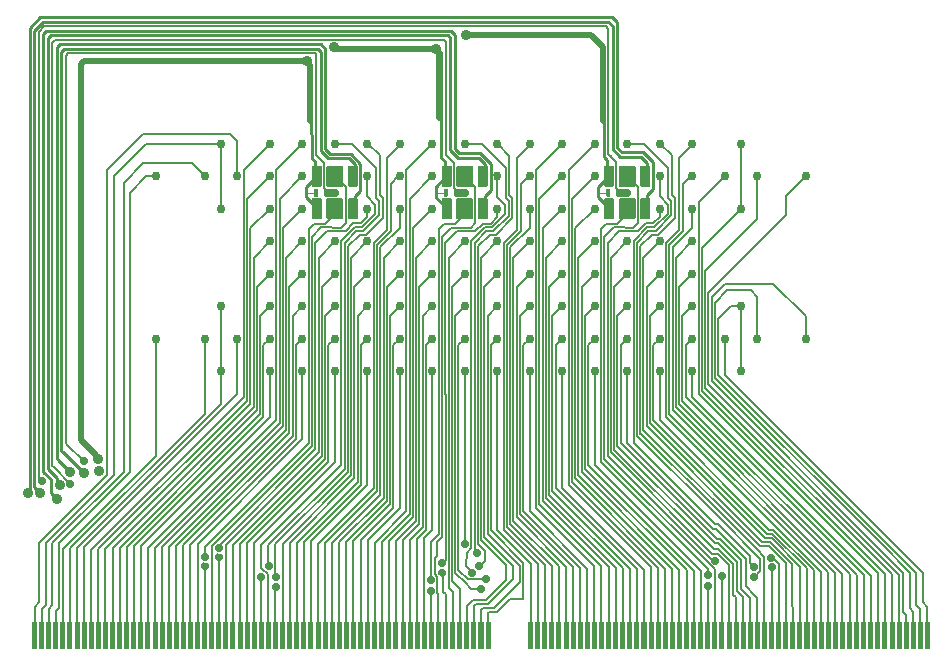
<source format=gbr>
*
%FSLAX26Y26*%
%MOIN*%
%ADD10C,0.004937*%
%ADD11R,0.016748X0.016748*%
%ADD12C,0.037550*%
%ADD13C,0.037500*%
%ADD14C,0.037525*%
%ADD15R,0.021158X0.021158*%
%ADD16C,0.005039*%
%ADD17R,0.005039X0.005039*%
%ADD18R,0.010449X0.010449*%
%ADD19C,0.002362*%
%ADD20R,0.002362X0.002362*%
%ADD21C,0.005331*%
%ADD22C,0.008874*%
%ADD23C,0.010843*%
%ADD24C,0.020685*%
%ADD25C,0.029925*%
%ADD26C,0.027550*%
%ADD27C,0.035425*%
%ADD28C,0.001175*%
%ADD29C,0.001450*%
%ADD30C,0.002050*%
%ADD31C,0.088835*%
%ADD32C,0.018000*%
%ADD33C,0.001200*%
%ADD34C,0.001400*%
%ADD35C,0.001750*%
%ADD36C,0.005000*%
%ADD37R,0.029346X0.029346*%
%ADD38C,0.003150*%
%ADD39R,0.003150X0.003150*%
%IPPOS*%
%LNgbl.gbr*%
%LPD*%
G75*
G54D10*
X1113312Y1526333D02*
X1126698D01*
X1113312Y1547593D02*
X1126698D01*
X2087722Y1526333D02*
X2101107D01*
X2087722Y1547593D02*
X2101107D01*
X1546383Y1526333D02*
X1559769D01*
X1546383Y1547593D02*
X1559769D01*
G54D11*
X3102485Y23578D02*
Y98381D01*
X3078863Y23578D02*
Y98381D01*
X3055241Y23578D02*
Y98381D01*
X3031619Y23578D02*
Y98381D01*
X3007997Y23578D02*
Y98381D01*
X2984375Y23578D02*
Y98381D01*
X2960753Y23578D02*
Y98381D01*
X2937131Y23578D02*
Y98381D01*
X2913509Y23578D02*
Y98381D01*
X2889887Y23578D02*
Y98381D01*
X2866265Y23578D02*
Y98381D01*
X2842643Y23578D02*
Y98381D01*
X2819021Y23578D02*
Y98381D01*
X2795399Y23578D02*
Y98381D01*
X2771777Y23578D02*
Y98381D01*
X2748155Y23578D02*
Y98381D01*
X2724533Y23578D02*
Y98381D01*
X2700911Y23578D02*
Y98381D01*
X2677289Y23578D02*
Y98381D01*
X2653667Y23578D02*
Y98381D01*
X2630044Y23578D02*
Y98381D01*
X2606422Y23578D02*
Y98381D01*
X2582800Y23578D02*
Y98381D01*
X2559178Y23578D02*
Y98381D01*
X2535556Y23578D02*
Y98381D01*
X2511934Y23578D02*
Y98381D01*
X2488312Y23578D02*
Y98381D01*
X2464690Y23578D02*
Y98381D01*
X2441068Y23578D02*
Y98381D01*
X2417446Y23578D02*
Y98381D01*
X2393824Y23578D02*
Y98381D01*
X2370202Y23578D02*
Y98381D01*
X2346580Y23578D02*
Y98381D01*
X2322958Y23578D02*
Y98381D01*
X2299336Y23578D02*
Y98381D01*
X2275714Y23578D02*
Y98381D01*
X2252092Y23578D02*
Y98381D01*
X2228470Y23578D02*
Y98381D01*
X2204848Y23578D02*
Y98381D01*
X2181226Y23578D02*
Y98381D01*
X2157604Y23578D02*
Y98381D01*
X2133981Y23578D02*
Y98381D01*
X2110359Y23578D02*
Y98381D01*
X2086737Y23578D02*
Y98381D01*
X2063115Y23578D02*
Y98381D01*
X2039493Y23578D02*
Y98381D01*
X2015871Y23578D02*
Y98381D01*
X1992249Y23578D02*
Y98381D01*
X1968627Y23578D02*
Y98381D01*
X1945005Y23578D02*
Y98381D01*
X1921383Y23578D02*
Y98381D01*
X1897761Y23578D02*
Y98381D01*
X1874139Y23578D02*
Y98381D01*
X1850517Y23578D02*
Y98381D01*
X1826895Y23578D02*
Y98381D01*
X1803273Y23578D02*
Y98381D01*
X1779651Y23578D02*
Y98381D01*
X1637919Y23578D02*
Y98381D01*
X1614296Y23578D02*
Y98381D01*
X1590674Y23578D02*
Y98381D01*
X1567052Y23578D02*
Y98381D01*
X1543430Y23578D02*
Y98381D01*
X1519808Y23578D02*
Y98381D01*
X1496186Y23578D02*
Y98381D01*
X1472564Y23578D02*
Y98381D01*
X1448942Y23578D02*
Y98381D01*
X1425320Y23578D02*
Y98381D01*
X1401698Y23578D02*
Y98381D01*
X1378076Y23578D02*
Y98381D01*
X1354454Y23578D02*
Y98381D01*
X1330832Y23578D02*
Y98381D01*
X1307210Y23578D02*
Y98381D01*
X1283588Y23578D02*
Y98381D01*
X1259966Y23578D02*
Y98381D01*
X1236344Y23578D02*
Y98381D01*
X1212722Y23578D02*
Y98381D01*
X1189100Y23578D02*
Y98381D01*
X1165478Y23578D02*
Y98381D01*
X1141856Y23578D02*
Y98381D01*
X1118233Y23578D02*
Y98381D01*
X1094611Y23578D02*
Y98381D01*
X1070989Y23578D02*
Y98381D01*
X1047367Y23578D02*
Y98381D01*
X1023745Y23578D02*
Y98381D01*
X1000123Y23578D02*
Y98381D01*
X976501Y23578D02*
Y98381D01*
X952879Y23578D02*
Y98381D01*
X929257Y23578D02*
Y98381D01*
X905635Y23578D02*
Y98381D01*
X882013Y23578D02*
Y98381D01*
X858391Y23578D02*
Y98381D01*
X834769Y23578D02*
Y98381D01*
X811147Y23578D02*
Y98381D01*
X787525Y23578D02*
Y98381D01*
X763903Y23578D02*
Y98381D01*
X740281Y23578D02*
Y98381D01*
X716659Y23578D02*
Y98381D01*
X693037Y23578D02*
Y98381D01*
X669415Y23578D02*
Y98381D01*
X645793Y23578D02*
Y98381D01*
X622170Y23578D02*
Y98381D01*
X598548Y23578D02*
Y98381D01*
X574926Y23578D02*
Y98381D01*
X551304Y23578D02*
Y98381D01*
X527682Y23578D02*
Y98381D01*
X504060Y23578D02*
Y98381D01*
X480438Y23578D02*
Y98381D01*
X456816Y23578D02*
Y98381D01*
X433194Y23578D02*
Y98381D01*
X409572Y23578D02*
Y98381D01*
X385950Y23578D02*
Y98381D01*
X362328Y23578D02*
Y98381D01*
X338706Y23578D02*
Y98381D01*
X315084Y23578D02*
Y98381D01*
X291462Y23578D02*
Y98381D01*
X267840Y23578D02*
Y98381D01*
X244218Y23578D02*
Y98381D01*
X220596Y23578D02*
Y98381D01*
X196974Y23578D02*
Y98381D01*
X173352Y23578D02*
Y98381D01*
X149730Y23578D02*
Y98381D01*
X126107Y23578D02*
Y98381D01*
G54D12*
X1127092Y1591097D03*
G54D13*
Y1482829D03*
G54D12*
X2101501Y1591097D03*
G54D13*
Y1482829D03*
G54D12*
X1560163Y1591097D03*
G54D14*
Y1482829D03*
G54D15*
X1101737Y1536963D02*
X1109138D01*
G54D16*
X1093678Y1547542D03*
X1117198D03*
G54D17*
X1096197D02*
X1114679D01*
G54D16*
X1093678Y1526384D03*
X1117198D03*
G54D17*
X1096197D02*
X1114679D01*
G54D18*
X1064100Y1529088D02*
Y1544837D01*
G54D19*
X1058876Y1525046D03*
Y1548880D03*
G54D20*
Y1526227D02*
Y1547699D01*
G54D19*
X1069324Y1525046D03*
Y1548880D03*
G54D20*
Y1526227D02*
Y1547699D01*
G36*
X1099133Y1451136D02*
Y1514522D01*
G02X1102289Y1517678I3156J0D01*
G01X1151895D01*
G02X1155051Y1514522I0J-3156D01*
G01Y1451136D01*
G02X1151895Y1447980I-3156J0D01*
G01X1102289D01*
G02X1099133Y1451136I0J3156D01*
G37*
G36*
Y1559404D02*
G01Y1622790D01*
G02X1102289Y1625946I3156J0D01*
G01X1151895D01*
G02X1155051Y1622790I0J-3156D01*
G01Y1559404D01*
G02X1151895Y1556248I-3156J0D01*
G01X1102289D01*
G02X1099133Y1559404I0J3156D01*
G37*
G36*
X1532204Y1451136D02*
G01Y1514522D01*
G02X1535359Y1517678I3156J0D01*
G01X1584966D01*
G02X1588122Y1514522I0J-3156D01*
G01Y1451136D01*
G02X1584966Y1447980I-3156J0D01*
G01X1535359D01*
G02X1532204Y1451136I0J3155D01*
G37*
G36*
Y1559404D02*
G01Y1622790D01*
G02X1535359Y1625946I3156J0D01*
G01X1584966D01*
G02X1588122Y1622790I0J-3156D01*
G01Y1559404D01*
G02X1584966Y1556248I-3156J0D01*
G01X1535359D01*
G02X1532204Y1559404I0J3155D01*
G37*
G36*
X2073542Y1451136D02*
G01Y1514522D01*
G02X2076698Y1517678I3156J0D01*
G01X2126304D01*
G02X2129460Y1514522I0J-3156D01*
G01Y1451136D01*
G02X2126304Y1447980I-3156J0D01*
G01X2076698D01*
G02X2073542Y1451136I0J3156D01*
G37*
G36*
Y1559404D02*
G01Y1622790D01*
G02X2076698Y1625946I3156J0D01*
G01X2126304D01*
G02X2129460Y1622790I0J-3156D01*
G01Y1559404D01*
G02X2126304Y1556248I-3156J0D01*
G01X2076698D01*
G02X2073542Y1559404I0J3156D01*
G37*
G54D15*
X2076147Y1536963D02*
G01X2083548D01*
G54D16*
X2068088Y1547542D03*
X2091608D03*
G54D17*
X2070607D02*
X2089089D01*
G54D16*
X2068088Y1526384D03*
X2091608D03*
G54D17*
X2070607D02*
X2089089D01*
G54D18*
X2038508Y1529088D02*
Y1544837D01*
G54D19*
X2033285Y1525046D03*
Y1548880D03*
G54D20*
Y1526227D02*
Y1547699D01*
G54D19*
X2043733Y1525046D03*
Y1548880D03*
G54D20*
Y1526227D02*
Y1547699D01*
G54D15*
X1534808Y1536963D02*
X1542209D01*
G54D16*
X1526749Y1547542D03*
X1550269D03*
G54D17*
X1529268D02*
X1547750D01*
G54D16*
X1526749Y1526384D03*
X1550269D03*
G54D17*
X1529268D02*
X1547750D01*
G54D18*
X1497169Y1529088D02*
Y1544837D01*
G54D19*
X1491946Y1525046D03*
Y1548880D03*
G54D20*
Y1526227D02*
Y1547699D01*
G54D19*
X1502394Y1525046D03*
Y1548880D03*
G54D20*
Y1526227D02*
Y1547699D01*
G54D21*
X126107Y157042D02*
X141856Y172790D01*
Y367672D01*
X369218Y595034D01*
X779257Y1731845D02*
X802289Y1708813D01*
X369218Y1612750D02*
X488312Y1731845D01*
X126107Y55073D02*
Y157042D01*
X488312Y1731845D02*
X779257D01*
X369218Y595034D02*
Y1612750D01*
X802289Y1708813D02*
Y1591097D01*
X149730Y55073D02*
Y151136D01*
X390871Y595034D02*
Y1591097D01*
X163509Y161963D02*
Y367672D01*
X748155Y1699365D02*
Y1482829D01*
X152682Y151136D02*
X163509Y161963D01*
X149730Y151136D02*
X152682D01*
X163509Y367672D02*
X390871Y595034D01*
X499139Y1699365D02*
X748155D01*
X390871Y1591097D02*
X499139Y1699365D01*
X173352Y150152D02*
X185163Y161963D01*
X650714Y1634404D02*
X694021Y1591097D01*
X423352Y605861D02*
Y1569443D01*
X488312Y1634404D02*
X650714D01*
X185163Y161963D02*
Y367672D01*
X173352Y55073D02*
Y150152D01*
X185163Y367672D02*
X423352Y605861D01*
Y1569443D02*
X488312Y1634404D01*
X196974Y141294D02*
X206816Y151136D01*
X445005Y605861D02*
Y1536963D01*
X206816Y367672D02*
X445005Y605861D01*
X499139Y1591097D02*
X531619D01*
X445005Y1536963D02*
X499139Y1591097D01*
X206816Y151136D02*
Y367672D01*
X196974Y55073D02*
Y141294D01*
X531619Y659994D02*
Y1049758D01*
X220596Y55073D02*
Y348971D01*
X531619Y659994D01*
X244218Y350939D02*
X694021Y800743D01*
X244218Y55073D02*
Y350939D01*
X694021Y800743D02*
Y1049758D01*
X748155Y941491D02*
Y1158026D01*
X267840Y352908D02*
X748155Y833223D01*
Y941491D01*
X267840Y55073D02*
Y352908D01*
X291462Y55073D02*
Y354876D01*
X802289Y865703D01*
Y1049758D01*
X823942Y1612750D02*
X910556Y1699365D01*
X315084Y55073D02*
Y346018D01*
X823942Y854876D02*
Y1612750D01*
G54D22*
X910556Y1699365D02*
Y1692002D01*
G54D21*
X315084Y346018D02*
X823942Y854876D01*
X834769Y1515309D02*
X910556Y1591097D01*
X338706Y55073D02*
Y347987D01*
X834769Y844050D01*
Y1515309D01*
X845596Y833223D02*
Y1417869D01*
X910556Y1482829D01*
X362328Y55073D02*
Y349955D01*
X845596Y833223D01*
X856422Y822396D02*
Y1320428D01*
X385950Y248577D02*
Y276136D01*
Y351924D02*
X856422Y822396D01*
X385950Y248577D02*
Y351924D01*
Y55073D02*
Y248577D01*
X856422Y1320428D02*
X910556Y1374561D01*
X409572Y353892D02*
X867249Y811569D01*
X409572Y55073D02*
Y353892D01*
X867249Y865703D02*
Y1222987D01*
Y854876D02*
Y865703D01*
X910556Y1266294D02*
Y1262652D01*
X867249Y811569D02*
Y865703D01*
Y1222987D02*
X910556Y1266294D01*
X433194Y355861D02*
X878076Y800743D01*
Y1125546D01*
X910556Y1158026D01*
X433194Y55073D02*
Y355861D01*
X888903Y1028105D02*
X910556Y1049758D01*
X456816Y357829D02*
X888903Y789916D01*
X456816Y55073D02*
Y357829D01*
X888903Y789916D02*
Y1028105D01*
X910556Y789916D02*
Y854876D01*
Y941491D01*
X480438Y359798D02*
X910556Y789916D01*
X480438Y55073D02*
Y359798D01*
X932210Y779089D02*
Y1612750D01*
X504060Y350939D02*
X932210Y779089D01*
X1018824Y1699365D02*
X932210Y1612750D01*
X504060Y55073D02*
Y350939D01*
X943037Y768262D02*
Y876530D01*
Y865703D02*
Y876530D01*
X527682Y55073D02*
Y352908D01*
X1018824Y1591097D02*
X943037Y1515309D01*
Y876530D02*
Y1515309D01*
X527682Y352908D02*
X943037Y768262D01*
X953863Y757435D02*
Y876530D01*
X551304Y55073D02*
Y354876D01*
X1018824Y1482829D02*
X953863Y1417869D01*
Y865703D02*
Y876530D01*
X551304Y354876D02*
X953863Y757435D01*
Y876530D02*
Y1417869D01*
X964690Y746609D02*
Y876530D01*
X574926Y356845D02*
X964690Y746609D01*
Y1320428D02*
X1018824Y1374561D01*
X964690Y876530D02*
Y1320428D01*
X574926Y55073D02*
Y356845D01*
X964690Y854876D02*
Y876530D01*
X598548Y55073D02*
Y358813D01*
X975517Y854876D02*
Y1222987D01*
X1018824Y1266294D01*
X598548Y358813D02*
X975517Y735782D01*
Y865703D01*
X622170Y360782D02*
X986344Y724955D01*
Y1125546D02*
X1018824Y1158026D01*
X986344Y854876D02*
Y1125546D01*
X622170Y55073D02*
Y349955D01*
Y360782D01*
X986344Y724955D02*
Y865703D01*
X997170Y1028105D02*
X1018824Y1049758D01*
X645793Y55073D02*
Y362750D01*
X997170Y714128D01*
Y854876D02*
Y865703D01*
Y1028105D01*
Y714128D02*
Y865703D01*
X1018824D02*
Y941491D01*
Y854876D02*
Y865703D01*
X669415Y364719D02*
X1018824Y714128D01*
Y865703D01*
X669415Y55073D02*
Y364719D01*
X905635Y294640D02*
X906816Y293459D01*
X1159572Y876530D02*
Y616687D01*
X1263509Y1619837D02*
Y1520624D01*
X1273745Y1461569D02*
Y1460782D01*
X906422Y291097D02*
X906816Y290703D01*
X693824Y289522D02*
X693430Y289916D01*
X1273745Y1460782D02*
X1221777Y1408813D01*
X1159572Y616687D02*
X905635Y362750D01*
X1159572Y1362357D02*
Y876530D01*
X1183588Y1699365D02*
X1226501Y1656451D01*
X1159572Y1370624D02*
X1197761Y1408813D01*
X1226501Y1656451D02*
X1226895D01*
X1127092Y1699365D02*
Y1691294D01*
X693037Y60979D02*
Y283617D01*
X1197761Y1408813D02*
X1202485D01*
X905635Y362750D02*
Y294640D01*
X1263509Y1520624D02*
X1273745Y1510388D01*
X1127092Y1699365D02*
X1183588D01*
X1159572Y865703D02*
Y876530D01*
X1202485Y1408813D02*
X1202092D01*
X1273745Y1510388D02*
Y1461569D01*
X1159572Y1362357D02*
Y1370624D01*
X1221777Y1408813D02*
X1202485D01*
X1226895Y1656451D02*
X1263509Y1619837D01*
X693824Y321806D02*
X693430Y321412D01*
X739493Y61766D02*
X740281Y60979D01*
X1075714Y1432042D02*
X1056816D01*
X1093430D02*
X1075714D01*
X739493Y315506D02*
Y61766D01*
X1075714Y1432042D02*
X1074926D01*
X1127092Y1482829D02*
Y1465703D01*
X1040478Y1415703D02*
Y703302D01*
X693430Y355467D02*
X693037Y355861D01*
X1056816Y1432042D02*
X1040478Y1415703D01*
X1127092Y1465703D02*
X1093430Y1432042D01*
X1075714D02*
X1075320D01*
X693430Y323380D02*
Y355467D01*
X1040478Y703302D02*
X693037Y355861D01*
X1072958Y865703D02*
Y887357D01*
Y670821D02*
Y887357D01*
X763903Y55073D02*
Y361766D01*
X1072958Y1320428D02*
X1127092Y1374561D01*
X1072958Y887357D02*
Y1320428D01*
X763903Y361766D02*
X1072958Y670821D01*
X787525Y363735D02*
X1083785Y659994D01*
X787525Y55073D02*
Y363735D01*
X1083785Y659994D02*
Y887357D01*
Y1222987D01*
Y865703D02*
Y887357D01*
Y1222987D02*
X1127092Y1266294D01*
X1094611Y649168D02*
Y887357D01*
Y1125546D02*
X1127092Y1158026D01*
X811147Y365703D02*
X1094611Y649168D01*
Y865703D02*
Y876530D01*
X811147Y55073D02*
Y365703D01*
X1094611Y887357D02*
Y876530D01*
Y1125546D01*
X1105438Y638341D02*
Y876530D01*
Y1028105D02*
X1127092Y1049758D01*
X1105438Y876530D02*
Y1028105D01*
X834769Y55073D02*
Y367672D01*
X1105438Y865703D02*
Y876530D01*
X834769Y367672D02*
X1105438Y638341D01*
X1235359Y1699365D02*
X1237525D01*
X1170202Y1337554D02*
Y1346215D01*
X1231226Y1397002D02*
X1209178D01*
X1170202Y1346215D02*
Y1358026D01*
X929257Y366694D02*
Y256451D01*
X1285950Y1519050D02*
Y1466294D01*
X1170399Y605861D02*
Y1333420D01*
X1170202Y1337554D02*
Y1332042D01*
X1276107Y1528892D02*
X1285950Y1519050D01*
X1170202Y1346215D02*
Y1352514D01*
X929257Y256451D02*
X930044Y255664D01*
X1285950Y1466294D02*
Y1451727D01*
X882013Y60979D02*
Y255270D01*
X882407Y61372D02*
X882013Y60979D01*
X1235359Y1699365D02*
X1239493D01*
X1285950Y1451727D02*
X1231226Y1397002D01*
X1170202Y1358026D02*
X1209572Y1397396D01*
X1276107Y1660782D02*
Y1528892D01*
X882013Y255270D02*
X882407Y255664D01*
X1237525Y1699365D02*
X1276107Y1660782D01*
X929257Y366694D02*
X1170399Y605861D01*
X1170202Y1337554D02*
Y1350546D01*
X903667Y62947D02*
X905635Y60979D01*
X1262328Y1497396D02*
Y1467081D01*
X1235359Y1591097D02*
Y1524365D01*
X1148745Y627514D02*
X882013Y360782D01*
X1148745Y1377120D02*
Y627514D01*
X1262328Y1467081D02*
X1217446Y1422199D01*
X903667Y242672D02*
Y264719D01*
X1197367Y1422199D02*
X1193824D01*
X884375Y283617D02*
X883194Y285191D01*
X882013Y360782D02*
Y285979D01*
X903667Y242672D02*
Y62947D01*
Y251333D02*
Y242672D01*
X1217446Y1422199D02*
X1196974D01*
X1235359Y1524365D02*
X1262328Y1497396D01*
X1193824Y1422199D02*
X1148745Y1377120D01*
X903667Y264719D02*
X884375Y283617D01*
X882013Y285979D02*
X884375Y283617D01*
X1235359Y1482829D02*
Y1457435D01*
X1062131Y1370034D02*
X1100911Y1408813D01*
X1235359Y1456648D02*
X1213115Y1434404D01*
X1100911Y1408813D02*
X1162722D01*
X1188312Y1434404D02*
X1162722Y1408813D01*
X1193430Y1434404D02*
X1189100D01*
X1213115D02*
X1193430D01*
X740281Y359798D02*
X1062131Y681648D01*
Y865703D02*
Y1352317D01*
X929257Y222199D02*
X930438Y223380D01*
X1189100Y1434404D02*
X1188312D01*
X929257Y60979D02*
Y222199D01*
X1235359Y1457435D02*
Y1456648D01*
X1062131Y681648D02*
Y876530D01*
Y1352317D02*
Y1370034D01*
X952879Y55073D02*
Y366687D01*
X1181226Y865703D02*
Y876530D01*
Y1320428D02*
X1235359Y1374561D01*
X1181226Y876530D02*
Y1320428D01*
Y595034D02*
Y876530D01*
X952879Y366687D02*
X1181226Y595034D01*
X1192052Y1222987D02*
X1235359Y1266294D01*
X976501Y55073D02*
Y368656D01*
X1192052Y584207D02*
Y1222987D01*
X976501Y368656D02*
X1192052Y584207D01*
X1000123Y370624D02*
X1202879Y573380D01*
Y865703D01*
Y1125546D02*
X1235359Y1158026D01*
X1000123Y55073D02*
Y370624D01*
X1202879Y865703D02*
Y1125546D01*
X1213706Y1028105D02*
X1235359Y1049758D01*
X1213706Y562554D02*
Y1028105D01*
X1023745Y372593D02*
X1213706Y562554D01*
X1023745Y55073D02*
Y372593D01*
X1047367Y374561D02*
X1235359Y562554D01*
X1047367Y55073D02*
Y374561D01*
X1235359Y865703D02*
Y941491D01*
Y562554D02*
Y865703D01*
X1257013Y1318853D02*
Y1370034D01*
Y865703D02*
Y876530D01*
X1300123Y1413144D02*
Y1651333D01*
X1343627Y1694837D01*
X1257013Y1370034D02*
X1300123Y1413144D01*
X1257013Y551727D02*
Y876530D01*
X1343627Y1694837D02*
Y1699365D01*
X1257013Y1318853D02*
Y1321609D01*
X1070989Y365703D02*
X1257013Y551727D01*
Y876530D02*
Y1318853D01*
X1070989Y55073D02*
Y365703D01*
X1339100Y1591097D02*
X1343627D01*
X1094611Y55073D02*
Y367672D01*
X1267840Y540900D01*
X1314296Y1566294D02*
X1339100Y1591097D01*
X1267840Y540900D02*
Y1361963D01*
X1314296Y1408420D02*
Y1566294D01*
X1267840Y1361963D02*
X1314296Y1408420D01*
X1118233Y369640D02*
X1278667Y530073D01*
Y865703D02*
Y876530D01*
X1118233Y55073D02*
Y369640D01*
X1343627Y1420428D02*
X1278863Y1355664D01*
X1278667Y530073D02*
Y876530D01*
X1278863Y1355664D01*
X1343627Y1482829D02*
Y1420428D01*
X1289493Y1320428D02*
X1343627Y1374561D01*
X1141856Y371609D02*
X1289493Y519246D01*
Y876530D02*
Y1320428D01*
X1141856Y55073D02*
Y371609D01*
X1289493Y865703D02*
Y876530D01*
Y519246D02*
Y876530D01*
X1300320Y865703D02*
Y1222987D01*
X1165478Y55073D02*
Y373577D01*
X1300320Y508420D02*
Y865703D01*
X1165478Y373577D02*
X1300320Y508420D01*
Y1222987D02*
X1343627Y1266294D01*
X1311147Y876530D02*
Y1125546D01*
Y497593D02*
Y876530D01*
X1189100Y55073D02*
Y375546D01*
X1311147Y497593D01*
Y1125546D02*
X1343627Y1158026D01*
X1212722Y377514D02*
X1321974Y486766D01*
X1212722Y55073D02*
Y377514D01*
X1321974Y486766D02*
Y1028105D01*
X1343627Y1049758D01*
X1259966Y370624D02*
X1365281Y475939D01*
Y865703D02*
Y876530D01*
Y1612750D02*
X1451895Y1699365D01*
X1259966Y55073D02*
Y370624D01*
X1365281Y475939D02*
Y876530D01*
Y1612750D01*
X1376107Y876530D02*
Y1515309D01*
Y465113D02*
Y876530D01*
X1283588Y372593D02*
X1376107Y465113D01*
Y1515309D02*
X1451895Y1591097D01*
X1376107Y865703D02*
Y876530D01*
X1283588Y55073D02*
Y372593D01*
X1386934Y865703D02*
Y876530D01*
X1307210Y374561D02*
X1386934Y454286D01*
Y876530D02*
Y1417869D01*
Y454286D02*
Y876530D01*
X1307210Y55073D02*
Y374561D01*
X1386934Y1417869D02*
X1451895Y1482829D01*
X1397761Y443459D02*
Y1320428D01*
X1330832Y55073D02*
Y376530D01*
X1397761Y1320428D02*
X1451895Y1374561D01*
X1330832Y376530D02*
X1397761Y443459D01*
X1408588Y1222987D02*
X1451895Y1266294D01*
X1354454Y378498D02*
X1408588Y432632D01*
Y876530D01*
X1354454Y55073D02*
Y378498D01*
X1408588Y876530D02*
Y1222987D01*
Y865703D02*
Y876530D01*
X1378076Y55073D02*
Y380467D01*
X1419415Y1125546D02*
X1451895Y1158026D01*
X1378076Y380467D02*
X1419415Y421806D01*
Y1125546D01*
X1430241Y410979D02*
Y876530D01*
Y1028105D01*
X1401698Y55073D02*
Y382435D01*
X1430241Y1028105D02*
X1451895Y1049758D01*
X1401698Y382435D02*
X1430241Y410979D01*
X1425320Y55073D02*
Y384404D01*
X1451895Y410979D01*
Y876530D01*
Y865703D02*
Y876530D01*
Y941491D01*
X1592643Y1370231D02*
X1630832Y1408420D01*
X1696580Y1520231D02*
X1706816Y1509994D01*
X1560163Y1698971D02*
X1616659D01*
X1696580Y1619443D02*
Y1520231D01*
X1616659Y1698971D02*
X1659572Y1656057D01*
X1706816Y1509994D02*
Y1461176D01*
X1635556Y1408420D02*
X1635163D01*
X1659572Y1656057D02*
X1659966D01*
X1560163Y1698971D02*
Y1690900D01*
X1630832Y1408420D02*
X1635556D01*
X1706816Y1461176D02*
Y1460388D01*
X1654848Y1408420D02*
X1635556D01*
X1706816Y1460388D02*
X1654848Y1408420D01*
X1659966Y1656057D02*
X1696580Y1619443D01*
X1592643Y1364325D02*
Y361963D01*
Y345947D02*
X1602296Y336294D01*
X1592643Y356640D02*
Y345947D01*
X1448942Y207648D02*
X1446296Y210294D01*
X1592643Y356640D02*
Y348577D01*
X1448942Y60979D02*
Y207648D01*
X1592643Y1361963D02*
Y1364325D01*
Y361963D02*
Y356640D01*
Y361963D02*
Y356451D01*
Y1364325D02*
Y1370231D01*
X1468627Y373577D02*
Y326136D01*
X1461147Y264325D02*
X1468627Y256845D01*
X1484375Y389325D02*
X1468627Y373577D01*
X1472564Y199758D02*
Y60979D01*
X1468627Y203695D02*
X1472564Y199758D01*
X1468627Y256845D02*
Y203695D01*
Y326136D02*
X1461147Y318656D01*
X1560163Y1590703D02*
X1561147D01*
X1515478Y1420624D02*
X1484375Y1389522D01*
X1461147Y318656D02*
Y264325D01*
X1484375Y1389522D02*
Y389325D01*
X1526501Y1431648D02*
X1508785D01*
X1489887D01*
X1508785D02*
X1508391D01*
X1489887D02*
X1473548Y1415309D01*
X1508785Y1431648D02*
X1507997D01*
X1560163Y1482435D02*
Y1465309D01*
X1526501Y1431648D01*
X1473548Y1415309D02*
Y876727D01*
Y876530D02*
Y854876D01*
X1489100Y265506D02*
X1484375Y270231D01*
X1489100Y230073D02*
Y221491D01*
Y243065D02*
X1488312Y243853D01*
X1489100Y243065D02*
Y265506D01*
X1496186Y198971D02*
Y60979D01*
X1447367Y244246D02*
Y373971D01*
X1489100Y221491D02*
Y206057D01*
Y221491D02*
Y243065D01*
Y206057D02*
X1496186Y198971D01*
X1473548Y400152D02*
Y876530D01*
X1447367Y373971D02*
X1473548Y400152D01*
X1506423Y259404D02*
Y854482D01*
Y218656D02*
Y259404D01*
Y218656D02*
X1519808Y205270D01*
X1506029Y1320428D02*
Y876530D01*
X1519808Y205270D02*
Y55073D01*
X1506423Y854482D02*
Y876136D01*
X1506029Y1320428D02*
X1560163Y1374561D01*
X1516856Y242672D02*
X1543430Y216097D01*
X1560163Y1266294D02*
X1516856Y1222987D01*
Y242672D01*
X1543430Y216097D02*
Y55073D01*
X1527682Y270231D02*
X1560163Y237750D01*
Y1158026D02*
X1527682Y1125546D01*
Y270231D01*
X1581816Y216097D02*
X1560163Y237750D01*
X1614296Y216097D02*
X1581816D01*
X1570013Y248577D02*
X1538509Y280081D01*
Y876530D01*
Y1028105D01*
X1560163Y1049758D01*
X1538509Y865703D02*
Y876530D01*
X1632296Y248577D02*
X1570013D01*
X1560163Y366428D02*
X1560296Y366294D01*
X1560163Y876530D02*
Y372428D01*
Y865703D02*
Y876530D01*
Y941491D01*
Y372428D02*
Y366428D01*
X1051304Y865703D02*
Y876530D01*
Y1389916D02*
X1082407Y1421018D01*
X1127092Y1591097D02*
X1128076D01*
X1051304Y692475D02*
Y876530D01*
X716659Y357829D02*
Y60979D01*
X1051304Y876530D02*
Y1389916D01*
X716659Y357829D02*
X1051304Y692475D01*
X1127092Y865703D02*
Y941491D01*
X858391Y55073D02*
Y369640D01*
X1127092Y638341D01*
Y876530D01*
X1343627D02*
Y865703D01*
X1236344Y55073D02*
Y379483D01*
X1343627Y865703D02*
Y941491D01*
X1236344Y379483D02*
X1343627Y486766D01*
Y865703D01*
X1664296Y1396609D02*
X1642249D01*
X1603273Y1357632D02*
X1642643Y1397002D01*
X1668430Y1698971D02*
X1670596D01*
X1668430D02*
X1672564D01*
X1719021Y1451333D02*
X1664296Y1396609D01*
X1709178Y1660388D02*
Y1528498D01*
X1719021Y1465900D02*
Y1451333D01*
Y1518656D02*
Y1465900D01*
X1670596Y1698971D02*
X1709178Y1660388D01*
Y1528498D02*
X1719021Y1518656D01*
X1603470Y876530D02*
Y1357829D01*
Y876530D02*
Y365120D01*
X1626296Y309884D02*
X1608296Y291884D01*
X1603470Y865703D02*
Y876530D01*
X1626296Y342294D02*
Y309884D01*
X1603470Y365120D02*
X1626296Y342294D01*
X1626895Y1421806D02*
X1581816Y1376727D01*
X1695399Y1466687D02*
X1650517Y1421806D01*
X1668430Y1523971D02*
X1695399Y1497002D01*
X1668430Y1590703D02*
Y1523971D01*
X1650517Y1421806D02*
X1630044D01*
X1695399Y1497002D02*
Y1466687D01*
X1630438Y1421806D02*
X1626895D01*
X1581816Y1376727D02*
Y368459D01*
X1584769Y270294D02*
Y272199D01*
X1566296Y336294D02*
X1565084Y291884D01*
X1581816Y351813D02*
X1566296Y336294D01*
X1584769Y272199D02*
X1565084Y291884D01*
X1581816Y368459D02*
Y351813D01*
X1668430Y1456254D02*
X1646186Y1434010D01*
X1626501D02*
X1622170D01*
X1668430Y1457042D02*
Y1456254D01*
X1621383Y1434010D02*
X1595793Y1408420D01*
X1495202Y1369640D02*
X1533981Y1408420D01*
X1646186Y1434010D02*
X1626501D01*
X1533981Y1408420D02*
X1595793D01*
X1622170Y1434010D02*
X1621383D01*
X1668430Y1482435D02*
Y1457042D01*
X1495202Y1369640D02*
Y865703D01*
X1496186Y356057D02*
Y341097D01*
Y864719D02*
X1495202Y865703D01*
X1496186Y313931D02*
X1483981Y301727D01*
X1496186Y341097D02*
Y313931D01*
Y864719D02*
Y356057D01*
X1614296Y876530D02*
Y378294D01*
X1698296Y294294D01*
X1587131Y179680D02*
X1567052Y159601D01*
X1614296Y1320428D02*
X1668430Y1374561D01*
X1631619Y179680D02*
X1587131D01*
X1614296Y876530D02*
Y1320428D01*
X1698296Y246294D02*
X1631619Y179680D01*
X1614296Y865703D02*
Y876530D01*
X1698296Y294294D02*
Y246294D01*
X1567052Y159601D02*
Y71412D01*
X1590674Y159207D02*
X1597761Y166294D01*
X1625123Y389325D02*
Y1222987D01*
X1722564Y291884D02*
X1625123Y389325D01*
X1722564Y248577D02*
Y291884D01*
X1625123Y1222987D02*
X1668430Y1266294D01*
X1597761Y166294D02*
X1636737D01*
X1722564Y248577D01*
X1590674Y55073D02*
Y159207D01*
X1635950Y400152D02*
X1744218Y291884D01*
X1635950Y1125546D02*
X1668430Y1158026D01*
X1614296Y107829D02*
Y55073D01*
Y145034D02*
X1621383Y152120D01*
X1657210D01*
X1635950Y876530D02*
Y1125546D01*
Y876530D02*
Y400152D01*
X1744218Y237750D02*
X1657210Y152120D01*
X1744218Y291884D02*
Y237750D01*
X1614296Y60979D02*
Y145034D01*
X1635950Y865703D02*
Y876530D01*
X1690084Y1369640D02*
X1733194Y1412750D01*
Y1650939D01*
X1776698Y1694443D02*
Y1698971D01*
X1733194Y1650939D02*
X1776698Y1694443D01*
X1803273Y55073D02*
Y297790D01*
X1690084Y410979D02*
Y1369640D01*
X1803273Y297790D02*
X1690084Y410979D01*
X1747367Y1565900D02*
X1772170Y1590703D01*
X1747367Y1408026D02*
Y1565900D01*
X1700911Y1361569D02*
X1747367Y1408026D01*
X1772170Y1590703D02*
X1776698D01*
X1700911Y421806D02*
Y876530D01*
X1826895Y55073D02*
Y295821D01*
X1700911Y421806D01*
Y865703D02*
Y876530D01*
Y1361569D02*
Y876530D01*
X1776698Y1420034D02*
X1711737Y1355073D01*
X1776698Y1482435D02*
Y1420034D01*
X1850517Y293853D02*
X1711737Y432632D01*
Y865703D01*
Y854876D02*
Y865703D01*
X1850517Y55073D02*
Y293853D01*
X1711737Y865703D02*
Y1355073D01*
X1733391Y876530D02*
Y1222987D01*
Y454286D02*
Y876530D01*
Y1222987D02*
X1776698Y1266294D01*
X1897761Y55073D02*
Y289916D01*
X1733391Y454286D01*
Y865703D02*
Y876530D01*
X1921383Y287947D02*
X1744218Y465113D01*
X1921383Y55073D02*
Y287947D01*
X1744218Y465113D02*
Y1125546D01*
X1776698Y1158026D01*
X1798352Y1612750D02*
X1884966Y1699365D01*
X1798352Y876530D02*
Y1612750D01*
Y486766D02*
Y876530D01*
X1992249Y55073D02*
Y292869D01*
X1798352Y486766D01*
Y865703D02*
Y876530D01*
X2015871Y290900D02*
X1809178Y497593D01*
Y865703D02*
Y1515309D01*
X2015871Y55073D02*
Y290900D01*
X1809178Y497593D02*
Y865703D01*
Y1515309D02*
X1884966Y1591097D01*
X1809178Y854876D02*
Y865703D01*
X1820005Y854876D02*
Y865703D01*
X2039493Y55073D02*
Y288931D01*
X1820005Y508420D02*
Y865703D01*
Y1417869D02*
X1884966Y1482829D01*
X2039493Y288931D02*
X1820005Y508420D01*
Y865703D02*
Y1417869D01*
X2063115Y286963D02*
X1830832Y519246D01*
Y1320428D02*
X1884966Y1374561D01*
X1830832Y854876D02*
Y865703D01*
Y519246D02*
Y865703D01*
Y1320428D01*
X2063115Y55073D02*
Y286963D01*
X1841659Y854876D02*
Y865703D01*
X2086737Y284994D02*
X1841659Y530073D01*
Y1222987D02*
X1884966Y1266294D01*
X2086737Y55073D02*
Y284994D01*
X1841659Y530073D02*
Y865703D01*
Y1222987D01*
X1852485Y540900D02*
Y876530D01*
X2110359Y55073D02*
Y283026D01*
X1852485Y1125546D02*
X1884966Y1158026D01*
X2110359Y283026D02*
X1852485Y540900D01*
Y854876D02*
Y1125546D01*
X1906619Y844050D02*
Y1612750D01*
Y562554D02*
Y865703D01*
Y1612750D02*
X1993233Y1699365D01*
X2181226Y55073D02*
Y287947D01*
X1906619Y562554D01*
X1917446Y865703D02*
Y876530D01*
Y573380D02*
Y876530D01*
Y1515309D02*
X1993233Y1591097D01*
X1917446Y876530D02*
Y1515309D01*
X2204848Y285979D02*
X1917446Y573380D01*
X2204848Y55073D02*
Y285979D01*
X1928273Y584207D02*
Y1417869D01*
X2228470Y284010D02*
X1928273Y584207D01*
X2228470Y55073D02*
Y284010D01*
X1928273Y1417869D02*
X1993233Y1482829D01*
X1939100Y865703D02*
Y1320428D01*
Y595034D02*
Y865703D01*
X2252092Y282042D02*
X1939100Y595034D01*
Y1320428D02*
X1993233Y1374561D01*
X2252092Y55073D02*
Y282042D01*
X1939100Y854876D02*
Y865703D01*
X1949926Y1222987D02*
X1993233Y1266294D01*
X2275714Y280073D02*
X1949926Y605861D01*
X2275714Y55073D02*
Y280073D01*
X1949926Y605861D02*
Y1222987D01*
X1960753Y1125546D02*
X1993233Y1158026D01*
X2299336Y278105D02*
X1960753Y616687D01*
Y1125546D01*
X2299336Y55073D02*
Y278105D01*
X1646777Y1028105D02*
X1668430Y1049758D01*
X1637919Y60979D02*
Y136372D01*
X1667840Y139916D02*
X1711737Y183617D01*
X1646777Y465113D02*
Y1028105D01*
X1637919Y55073D02*
Y109798D01*
X1711737Y183617D02*
X1755044D01*
X1641462Y139916D02*
X1667840D01*
X1637919Y136372D02*
X1641462Y139916D01*
X1646777Y410979D02*
Y465113D01*
X1755044Y302711D02*
X1646777Y410979D01*
X1755044Y183617D02*
Y302711D01*
X1668430Y876530D02*
Y941491D01*
Y410979D02*
Y941491D01*
X1779651Y55073D02*
Y299758D01*
X1668430Y410979D01*
X1722564Y865703D02*
Y876530D01*
X1874139Y291884D02*
X1722564Y443459D01*
Y876530D02*
Y1320428D01*
Y443459D02*
Y876530D01*
Y1320428D02*
X1776698Y1374561D01*
X1874139Y55073D02*
Y291884D01*
X1755044Y865703D02*
Y876530D01*
Y1028105D01*
Y475939D02*
Y876530D01*
X1945005Y55073D02*
Y285979D01*
X1755044Y475939D01*
Y1028105D02*
X1776698Y1049758D01*
Y475939D02*
Y865703D01*
X1968627Y55073D02*
Y284010D01*
X1776698Y865703D02*
Y941491D01*
Y854876D02*
Y865703D01*
X1968627Y284010D02*
X1776698Y475939D01*
X1863312Y876530D02*
Y1028105D01*
Y551727D02*
Y876530D01*
X2133981Y281057D02*
X1863312Y551727D01*
Y865703D02*
Y876530D01*
Y1028105D02*
X1884966Y1049758D01*
X2133981Y55073D02*
Y281057D01*
X1884966Y865703D02*
Y876530D01*
Y551727D01*
X2157604Y55073D02*
Y279089D01*
X1884966Y876530D02*
Y941491D01*
X2157604Y279089D02*
X1884966Y551727D01*
X2322958Y276136D02*
X1971580Y627514D01*
X2322958Y55073D02*
Y276136D01*
X1971580Y627514D02*
Y854876D01*
Y1028105D01*
X1993233Y1049758D01*
X2346580Y55073D02*
Y248577D01*
Y263341D01*
X1993233Y627514D02*
Y865703D01*
Y854876D02*
Y865703D01*
X2346580Y274168D02*
X1993233Y627514D01*
Y865703D02*
Y941491D01*
X2346580Y248577D02*
Y274168D01*
X2133981Y1370624D02*
X2172170Y1408813D01*
X2237919Y1520624D02*
X2248155Y1510388D01*
X2101501Y1699365D02*
X2157997D01*
X2237919Y1619837D02*
Y1520624D01*
X2157997Y1699365D02*
X2200911Y1656451D01*
X2248155Y1510388D02*
Y1461569D01*
X2176895Y1408813D02*
X2176501D01*
X2133981Y1362357D02*
Y1370624D01*
X2200911Y1656451D02*
X2201304D01*
X2101501Y1699365D02*
Y1691294D01*
X2172170Y1408813D02*
X2176895D01*
X2248155Y1461569D02*
Y1460782D01*
X2196186Y1408813D02*
X2176895D01*
X2248155Y1460782D02*
X2196186Y1408813D01*
X2201304Y1656451D02*
X2237919Y1619837D01*
X2523745Y257239D02*
X2526501D01*
X2545399Y276136D01*
X2406422Y454876D02*
X2133981Y724955D01*
X2545399Y276136D02*
Y315900D01*
X2406422Y454876D01*
X2370202Y60979D02*
Y226530D01*
X2133981Y724955D02*
Y1361963D01*
X2101501Y1591097D02*
X2102485D01*
X2025714Y876530D02*
Y1391097D01*
X2030438Y1395821D02*
X2056816Y1421018D01*
X2025714Y649168D02*
Y876530D01*
X2393824Y281057D02*
Y60979D01*
X2025714Y1389916D02*
X2030438Y1395821D01*
X2393824Y281057D02*
X2025714Y649168D01*
Y865703D02*
Y876530D01*
Y1391097D02*
X2030438Y1395821D01*
X2067840Y1432042D02*
X2050123D01*
X2031226D01*
X2050123D02*
X2049730D01*
X2031226D02*
X2014887Y1415703D01*
X2050123Y1432042D02*
X2049336D01*
X2101501Y1482829D02*
Y1465703D01*
X2067840Y1432042D01*
X2370202Y283026D02*
X2014887Y638341D01*
X2418627Y258420D02*
X2417446Y257239D01*
X2014887Y638341D02*
Y876530D01*
X2370202Y283026D02*
Y260782D01*
X2014887Y865703D02*
Y876530D01*
X2417446Y257239D02*
Y60979D01*
X2014887Y876530D02*
Y1416097D01*
X2047367Y670821D02*
Y887357D01*
Y1320428D01*
X2403273Y332829D02*
X2385359D01*
X2441068Y55073D02*
Y295034D01*
X2047367Y876530D02*
Y887357D01*
X2385359Y332829D02*
X2047367Y670821D01*
X2441068Y295034D02*
X2403273Y332829D01*
X2047367Y1320428D02*
X2101501Y1374561D01*
X2454848Y197396D02*
X2463903Y188341D01*
X2404454Y348577D02*
X2454848Y298183D01*
X2058194Y679876D02*
X2389493Y348577D01*
X2058194Y854876D02*
Y865703D01*
X2454848Y298183D02*
Y197396D01*
X2058194Y865703D02*
Y679876D01*
Y865703D02*
Y1222987D01*
X2463903Y188341D02*
X2464690Y55073D01*
X2389493Y348577D02*
X2404454D01*
X2058194Y1222987D02*
X2101501Y1266294D01*
X2466659Y304483D02*
Y208813D01*
X2069021Y1125546D02*
X2101501Y1158026D01*
X2402879Y368262D02*
X2466659Y304483D01*
X2487919Y187554D02*
X2488312Y55073D01*
X2069021Y854876D02*
Y865703D01*
X2466659Y208813D02*
X2487919Y187554D01*
X2069021Y692475D02*
X2393233Y368262D01*
X2069021Y865703D02*
Y1125546D01*
X2393233Y368262D02*
X2402879D01*
X2069021Y865703D02*
Y692475D01*
X2413509Y380073D02*
X2482013Y311569D01*
X2511934Y55073D02*
Y187160D01*
X2402092Y380861D02*
X2413509D01*
X2079848Y865703D02*
Y1028105D01*
Y703105D02*
X2402092Y380861D01*
X2482013Y217081D02*
X2511934Y187160D01*
X2079848Y865703D02*
Y703105D01*
X2413509Y380861D02*
Y380073D01*
X2482013Y311569D02*
Y217081D01*
X2079848Y1028105D02*
X2101501Y1049758D01*
X2079848Y854876D02*
Y865703D01*
X2101501Y854876D02*
Y865703D01*
X2496186Y226530D02*
Y315506D01*
X2525320Y196215D02*
X2496186Y226530D01*
X2101501Y865703D02*
Y941491D01*
X2535556Y55073D02*
Y185979D01*
X2101501Y703302D02*
Y865703D01*
X2496186Y315506D02*
X2397367Y415900D01*
X2388903D02*
X2101501Y703302D01*
X2397367Y415900D02*
X2388903D01*
X2535556Y185979D02*
X2525320Y196215D01*
X2205635Y1397002D02*
X2183588D01*
X2144611Y1358026D02*
X2183981Y1397396D01*
X2209769Y1699365D02*
X2211934D01*
X2209769D02*
X2213903D01*
X2260359Y1451727D02*
X2205635Y1397002D01*
X2250517Y1660782D02*
Y1528892D01*
X2144611Y1346215D02*
Y1352514D01*
X2260359Y1466294D02*
Y1451727D01*
Y1519050D02*
Y1466294D01*
X2211934Y1699365D02*
X2250517Y1660782D01*
X2144611Y1346215D02*
Y1358026D01*
X2250517Y1528892D02*
X2260359Y1519050D01*
X2144808Y736569D02*
X2403273Y478105D01*
X2144808Y735782D02*
Y743262D01*
X2536737Y346609D02*
Y345034D01*
X2144808Y743262D02*
Y736569D01*
X2533588Y348971D02*
X2536737Y346609D01*
X2559178Y323380D02*
X2533588Y348971D01*
X2403273Y478105D02*
X2405241D01*
X2144808Y735782D02*
Y731845D01*
Y743262D02*
Y876530D01*
Y865703D02*
Y876530D01*
X2405241Y478105D02*
X2533588Y348971D01*
X2144808Y876530D02*
Y1346806D01*
X2559178Y60979D02*
Y323380D01*
X2168233Y1422199D02*
X2123155Y1377120D01*
X2236737Y1467081D02*
X2191856Y1422199D01*
X2209769Y1524365D02*
X2236737Y1497396D01*
X2209769Y1591097D02*
Y1524365D01*
X2191856Y1422199D02*
X2171383D01*
X2236737Y1497396D02*
Y1467081D01*
X2171777Y1422199D02*
X2168233D01*
X2582800Y60979D02*
Y247790D01*
X2522958Y289128D02*
X2510359Y301727D01*
Y325743D02*
X2404454Y431648D01*
X2123155Y1376727D02*
X2122958Y1376924D01*
X2123154Y702712D02*
Y716883D01*
X2122958Y1376924D02*
Y1377317D01*
X2510359Y301727D02*
Y325743D01*
X2123155Y714128D02*
X2123154Y716883D01*
X2122958Y1377317D01*
X2582800Y247790D02*
Y287160D01*
X2404454Y431648D02*
X2394218D01*
X2123154Y702712D01*
X2209769Y1456648D02*
X2187525Y1434404D01*
X2167840D02*
X2163509D01*
X2209769Y1457435D02*
Y1456648D01*
X2162722Y1434404D02*
X2137131Y1408813D01*
X2036541Y1370034D02*
X2075320Y1408813D01*
X2036541Y1352317D02*
Y1370034D01*
X2187525Y1434404D02*
X2167840D01*
X2075320Y1408813D02*
X2137131D01*
X2163509Y1434404D02*
X2162722D01*
X2209769Y1482829D02*
Y1457435D01*
X2585556Y320624D02*
X2597170Y309010D01*
X2036541Y659994D02*
Y876530D01*
Y1353892D01*
X2597170Y309010D02*
X2606029Y300152D01*
Y263144D01*
X2380733Y315802D02*
X2036541Y659994D01*
X2606029Y263144D02*
X2606422Y267081D01*
Y60979D02*
X2606029Y263144D01*
X2036541Y865703D02*
Y876530D01*
X2380733Y315802D02*
X2389198D01*
X2595399Y310782D02*
X2597170Y309010D01*
X2579257Y320624D02*
X2585556D01*
X2155635Y876530D02*
Y1320428D01*
X2630044Y55073D02*
X2629651Y265900D01*
Y302120D02*
Y265900D01*
X2155635Y746609D02*
Y876530D01*
X2543824Y358420D02*
X2155635Y746609D01*
Y865703D02*
Y876530D01*
X2543824Y358420D02*
X2573352D01*
X2155635Y1320428D02*
X2209769Y1374561D01*
X2573352Y358420D02*
X2629651Y302120D01*
X2578470Y371412D02*
X2652092Y297790D01*
X2166462Y854876D02*
Y876530D01*
Y1222987D02*
X2209769Y1266294D01*
X2652092Y297790D02*
Y259207D01*
X2552485Y371412D02*
X2578470D01*
X2166462Y876530D02*
Y1222987D01*
Y757435D02*
Y876530D01*
X2552485Y371412D02*
X2166462Y757435D01*
X2653667Y55073D02*
X2652092Y259207D01*
X2177289Y844050D02*
Y854876D01*
Y1125546D01*
X2678076Y289522D02*
Y263144D01*
X2583194Y384404D02*
X2678076Y289522D01*
X2677289Y55073D02*
X2678076Y263144D01*
X2561147Y384404D02*
X2177289Y768262D01*
Y1125546D02*
X2209769Y1158026D01*
X2561147Y384404D02*
X2583194D01*
X2177289Y768262D02*
Y854876D01*
X2700911Y55073D02*
Y266294D01*
X2566659Y400546D02*
X2585556D01*
X2188115Y779089D02*
Y1028105D01*
X2566659Y400546D02*
X2188115Y779089D01*
X2585556Y400546D02*
X2700911Y285191D01*
Y60979D01*
X2188115Y1028105D02*
X2209769Y1049758D01*
Y811569D02*
Y941491D01*
X2724533Y277711D02*
X2588312Y413931D01*
X2574926D01*
X2209769Y779089D02*
Y811569D01*
X2724533Y55073D02*
Y277711D01*
X2574926Y413931D02*
X2209769Y779089D01*
X2231422Y1370034D02*
X2274533Y1413144D01*
Y1651333D01*
X2318037Y1694837D02*
Y1699365D01*
X2274533Y1651333D02*
X2318037Y1694837D01*
X2748155Y55073D02*
Y273183D01*
X2231422Y789916D02*
Y876530D01*
Y865703D02*
Y876530D01*
Y1370034D02*
Y876530D01*
X2748155Y273183D02*
X2231422Y789916D01*
X2288706Y1566294D02*
X2313509Y1591097D01*
X2288706Y1408420D02*
Y1566294D01*
X2242249Y1361963D02*
X2288706Y1408420D01*
X2313509Y1591097D02*
X2318037D01*
X2771777Y271215D02*
X2242249Y800743D01*
Y854876D02*
Y1361963D01*
Y844050D02*
Y854876D01*
X2771777Y55073D02*
Y271215D01*
X2242249Y800743D02*
Y854876D01*
X2318037Y1420428D02*
X2253273Y1355664D01*
X2318037Y1482829D02*
Y1420428D01*
X2253076Y811569D02*
Y865703D01*
X2795399Y269246D02*
X2253076Y811569D01*
X2253273Y1355664D02*
Y864719D01*
X2252879Y864325D01*
X2253076Y854876D02*
X2252879Y864325D01*
X2795399Y55073D02*
Y269246D01*
X2252879Y864325D02*
X2253076Y865703D01*
X2819021Y55073D02*
Y267278D01*
X2263903Y854876D02*
Y865703D01*
Y822396D02*
Y865703D01*
Y1320428D02*
X2318037Y1374561D01*
X2263903Y865703D02*
Y1320428D01*
X2819021Y267278D02*
X2263903Y822396D01*
X2866265Y263341D02*
X2285556Y844050D01*
Y1125546D01*
X2318037Y1158026D01*
X2866265Y55073D02*
Y263341D01*
X2296383Y854876D02*
Y865703D01*
Y1028105D02*
X2318037Y1049758D01*
X2889887Y55073D02*
Y261372D01*
X2296383Y865703D02*
Y1028105D01*
X2889887Y261372D02*
X2296383Y854876D01*
X2913509Y259404D02*
X2318037Y854876D01*
Y941491D01*
X2913509Y55073D02*
Y259404D01*
X2339690Y1504483D02*
X2426304Y1591097D01*
X2937131Y55073D02*
Y268262D01*
X2339690Y865703D01*
Y1504483D01*
X2960753Y55073D02*
Y248577D01*
X2350517Y876530D02*
Y909010D01*
Y1352908D01*
X2960753Y266294D02*
X2350517Y876530D01*
X2960753Y248577D02*
Y266294D01*
X2480438Y1482829D02*
Y1699365D01*
X2350517Y887357D02*
Y909010D01*
Y1352908D02*
X2480438Y1482829D01*
X2361344Y887357D02*
Y1277120D01*
X2984375Y55073D02*
Y264325D01*
X2361344Y1277120D02*
X2534572Y1450349D01*
X2984375Y264325D02*
X2361344Y887357D01*
X2534572Y1450349D02*
Y1591097D01*
X3007997Y262357D02*
X2372170Y898183D01*
Y1201333D01*
X2632013Y1526136D02*
X2696974Y1591097D01*
X2632013Y1461176D02*
Y1526136D01*
X3007997Y55073D02*
Y262357D01*
X2372170Y1201333D02*
X2632013Y1461176D01*
X2382997Y1190506D02*
X2426304Y1233813D01*
X2696974Y1125546D02*
Y1049758D01*
X2588706Y1233813D02*
X2696974Y1125546D01*
X3021777Y140309D02*
Y270231D01*
X3031619Y130467D02*
X3021777Y140309D01*
X3031619Y55073D02*
Y130467D01*
X2426304Y1233813D02*
X2588706D01*
X3021777Y270231D02*
X2382997Y909010D01*
Y1190506D01*
X3043430Y270231D02*
X2945989Y367672D01*
X2512919Y1210782D02*
X2534572Y1189128D01*
X3055241Y139325D02*
X3043430Y151136D01*
X2393824Y1168853D02*
X2435753Y1210782D01*
X2534572Y1189128D02*
Y1049758D01*
X3055241Y129483D02*
Y139325D01*
Y55073D02*
Y129483D01*
X2435753Y1210782D02*
X2512919D01*
X2945989Y367672D02*
X2393824Y919837D01*
Y1168853D01*
X3043430Y151136D02*
Y270231D01*
X3078863Y140309D02*
Y148183D01*
X2404651Y1114719D02*
X2447958Y1158026D01*
X2480438D01*
X3065084Y161963D02*
Y270231D01*
X2404651Y930664D02*
Y1114719D01*
X3078863Y55073D02*
Y140309D01*
Y148183D02*
X3065084Y161963D01*
X2480438Y1158026D02*
Y941491D01*
X2404651Y930664D02*
X3065084Y270231D01*
X3086737D02*
X2426304Y930664D01*
X3102485Y55073D02*
Y157042D01*
X2426304Y930664D02*
Y1049758D01*
X3086737Y172790D02*
Y270231D01*
X3102485Y157042D02*
X3086737Y172790D01*
X2274730Y854876D02*
Y1222987D01*
X2842643Y55073D02*
Y265309D01*
X2274730Y1222987D02*
X2318037Y1266294D01*
X2274730Y844050D02*
Y854876D01*
X2842643Y265309D02*
X2274730Y833223D01*
Y854876D01*
G54D10*
X1496383Y1536963D02*
X1464100D01*
G54D22*
X1463509Y1556845D02*
Y1537554D01*
Y1522593D01*
X1492446Y1585782D02*
X1463509Y1556845D01*
Y1522593D02*
X1492446Y1493656D01*
X2004848Y1537554D02*
Y1522593D01*
X2033785Y1493656D01*
X2004848Y1556845D02*
Y1537554D01*
G54D10*
X2037722Y1536963D02*
X2005438D01*
G54D22*
X2033785Y1585782D02*
X2004848Y1556845D01*
G54D21*
X1493233Y1482435D02*
Y1500743D01*
Y1575152D02*
Y1590703D01*
G54D23*
X1493076Y1641884D02*
X1482210Y1652750D01*
Y1977750D01*
G54D21*
X1493076Y1484286D02*
Y1502593D01*
Y1577002D02*
Y1592554D01*
G54D23*
Y1641884D01*
X2034415Y1596491D02*
Y1645821D01*
X2023548Y1656687D02*
Y1981687D01*
X2034415Y1645821D02*
X2023548Y1656687D01*
G54D24*
X329296Y658380D02*
X339100Y648577D01*
G54D22*
X1482210Y1977750D02*
Y2003380D01*
X1464296Y2021294D02*
X1124296D01*
X1060163Y1493656D02*
Y1482829D01*
G54D23*
X1049296Y1651294D02*
X1044296Y1961294D01*
G54D10*
X1064100Y1536963D02*
X1031816D01*
G54D22*
X1031226Y1522593D02*
X1060163Y1493656D01*
G54D23*
Y1640428D02*
X1049296Y1651294D01*
G54D22*
X994296Y1976294D02*
X989296D01*
G54D24*
X2019296Y2021294D02*
Y1981294D01*
X289296Y1976294D02*
X279296Y1966294D01*
Y711294D01*
X329296Y661294D01*
G54D22*
X1060163Y1591097D02*
Y1585782D01*
G54D21*
Y1575546D02*
Y1591097D01*
G54D24*
X1464296Y2016294D02*
Y2011294D01*
G54D22*
X999296Y1976294D02*
X1034296D01*
X1482210Y2003380D02*
X1464296Y2021294D01*
X1031226Y1556845D02*
Y1537554D01*
G54D24*
X1034296Y1976294D02*
X289296D01*
X329296Y661294D02*
Y658380D01*
X2019296Y1981294D02*
Y1776294D01*
G54D22*
X1031816Y1536963D02*
X1031226Y1537554D01*
G54D24*
X1464296Y2011294D02*
X1474296Y2001294D01*
X1044296Y1961294D02*
Y1776294D01*
G54D21*
X1060163Y1482829D02*
Y1501136D01*
G54D22*
X994296Y1976294D02*
X324296D01*
G54D24*
X1034296Y1971294D02*
X1044296Y1961294D01*
X1979296Y2061294D02*
X2019296Y2021294D01*
G54D22*
X1031226Y1537554D02*
Y1522593D01*
G54D24*
X1034296Y1976294D02*
Y1971294D01*
G54D22*
X1060163Y1585782D02*
X1031226Y1556845D01*
G54D23*
X1060163Y1591097D02*
Y1640428D01*
G54D24*
X1464296Y2016294D02*
X1129296D01*
X1474296Y2001294D02*
Y1786294D01*
X1129296Y2016294D02*
X1124296Y2021294D01*
G54D22*
X999296Y1976294D02*
X994296D01*
G54D24*
X1564296Y2061294D02*
X1979296D01*
G54D22*
X2051816Y2121294D02*
X2068627Y2104483D01*
X144296Y2121294D02*
X109296Y2086294D01*
X1273470Y2121294D02*
X1289296D01*
X1273470D02*
X2051816D01*
X1094296D02*
X1273470D01*
X1094296D02*
X144296D01*
X2186186Y1639050D02*
X2186422D01*
X2068548Y1801687D02*
Y1686687D01*
X2083548Y1671687D02*
X2153548D01*
X2068627Y2104483D02*
Y1798577D01*
X2168273Y1530546D02*
Y1488223D01*
X2186422Y1639050D02*
X2187131Y1638341D01*
X109296Y2086294D02*
Y721294D01*
Y601294D02*
Y541294D01*
Y601294D02*
Y721294D01*
X2153548Y1671687D02*
X2186186Y1639050D01*
X109296Y541294D02*
X104296Y536294D01*
X2068548Y1686687D02*
X2083548Y1671687D01*
X2187131Y1549404D02*
X2168273Y1530546D01*
X2187131Y1638341D02*
Y1549404D01*
X109296Y721294D02*
Y716294D01*
X2038863Y2106294D02*
X2053273Y2091884D01*
X2053548Y1681687D02*
X2078548Y1656687D01*
X124296Y2076294D02*
X154296Y2106294D01*
X2038863D01*
X2168273Y1636963D02*
Y1614758D01*
X2053548Y1796687D02*
Y1681687D01*
X2053273Y2091884D02*
Y1795428D01*
X124296Y591294D02*
Y2076294D01*
Y591294D02*
Y556294D01*
X2078548Y1656687D02*
X2148548D01*
X144296Y536294D02*
X124296Y556294D01*
X2148548Y1656687D02*
X2168273Y1636963D01*
G54D21*
X2038155Y2067435D02*
Y2082435D01*
X1254690Y2090900D02*
X2029690D01*
X1063903D02*
X1064296Y2091294D01*
X2038155Y2082435D02*
X2029296Y2091294D01*
X2038155Y2067435D02*
Y2070506D01*
X1254690Y2090900D02*
X1268903D01*
X1069690D02*
X1254690D01*
X2038155Y1667357D02*
Y2067435D01*
X2050753Y1654758D02*
X2038312Y1667081D01*
X1069690Y2090900D02*
X158903D01*
X1063903D02*
X1069690D01*
X139296Y2071294D02*
Y726294D01*
X158903Y2090900D02*
X139296Y2071294D01*
Y591294D02*
Y726294D01*
X2038312Y1667081D02*
X2038155Y1667357D01*
X2079848Y1536963D02*
X2101501D01*
X139296Y591294D02*
Y586294D01*
X149296Y576294D01*
G54D22*
X1527210Y2024207D02*
Y2033380D01*
Y2024207D02*
Y2063380D01*
X1514296Y2076294D01*
X1284296D02*
X1504296D01*
X1284296D02*
X1289296D01*
X1094296D02*
X1284296D01*
X1514296D02*
X1504296D01*
X1646186Y1633617D02*
Y1545861D01*
X1527210Y1793380D02*
Y1682750D01*
X1646186Y1545861D02*
X1626934Y1526609D01*
X1094296Y2076294D02*
X164296D01*
X1626934Y1526609D02*
Y1484286D01*
X1527210Y1793380D02*
Y2024207D01*
X154296Y716294D02*
Y691294D01*
X179296Y581294D02*
X154296Y606294D01*
X164296Y2076294D02*
X154296Y2066294D01*
X199296Y516294D02*
X179296Y536294D01*
X154296Y616294D02*
Y606294D01*
Y616294D02*
Y716294D01*
X1527210Y1682750D02*
X1542210Y1667750D01*
X1612210D02*
X1644848Y1635113D01*
X1527210Y1793380D02*
Y1797750D01*
X1644848Y1635113D02*
Y1634955D01*
X179296Y536294D02*
Y581294D01*
X1644848Y1634955D02*
X1646186Y1633617D01*
X1542210Y1667750D02*
X1612210D01*
X154296Y2066294D02*
Y716294D01*
X1607210Y1652750D02*
X1537210D01*
X1626934Y1633026D02*
X1607210Y1652750D01*
X1512210Y2053380D02*
X1504296Y2061294D01*
X1284296D01*
X1094296D02*
X1289296D01*
X1512210Y1792750D02*
Y2053380D01*
X169296Y616294D02*
X199296Y586294D01*
Y571294D02*
X209296Y561294D01*
X179296Y2061294D02*
X1094296D01*
X169296Y2051294D02*
X179296Y2061294D01*
X1536737Y1652908D02*
X1517210Y1672750D01*
X1537210Y1652750D02*
X1536737Y1652908D01*
X169296Y651294D02*
Y616294D01*
X1627092Y1591097D02*
Y1633026D01*
X1512210Y1677435D02*
X1536737Y1652908D01*
X199296Y586294D02*
Y571294D01*
X1512210Y1792750D02*
Y1677435D01*
X169296Y651294D02*
Y2051294D01*
G54D21*
X1489690Y2045900D02*
X1494296Y2041294D01*
X1259690Y2045900D02*
X1268903D01*
X1496816Y2038774D02*
X1494296Y2041294D01*
X1496816Y2023774D02*
Y2038774D01*
X1259690Y2045900D02*
X1489690D01*
X1496816Y1663420D02*
Y2023774D01*
X184296Y651294D02*
Y626294D01*
X1068903Y2045900D02*
X1259690D01*
X1063903D02*
X1068903D01*
X184296Y2036294D02*
X193903Y2045900D01*
X244296Y566294D02*
X189296Y621294D01*
X184296Y626294D02*
X189296Y621294D01*
X184296Y651294D02*
Y2036294D01*
X1538509Y1536963D02*
X1560163D01*
X193903Y2045900D02*
X1068903D01*
G54D22*
X1079296Y2031294D02*
X964296D01*
X1094296Y2016294D02*
X1079296Y2031294D01*
X1211934Y1633656D02*
X1179296Y1666294D01*
X199296Y2021294D02*
Y2006294D01*
X1194021Y1482829D02*
Y1525152D01*
X1211934Y1543065D02*
Y1623656D01*
X1179296Y1666294D02*
X1109296D01*
X1211934Y1623656D02*
Y1633656D01*
X1194021Y1525152D02*
X1211934Y1543065D01*
Y1623656D02*
Y1633223D01*
X964296Y2031294D02*
X224296D01*
X209296D01*
X199296Y2006294D02*
Y1991294D01*
Y2006294D02*
Y786294D01*
X1109296Y1666294D02*
X1094296Y1681294D01*
X199296Y786294D02*
Y781294D01*
X209296Y2031294D02*
X199296Y2021294D01*
X1094296Y1681294D02*
Y2016294D01*
X224296Y2031294D02*
X214296D01*
X199296Y666294D02*
Y651294D01*
X1211934Y1633223D02*
Y1634010D01*
X199296Y651294D02*
X204296Y646294D01*
X244296Y606294D02*
X204296Y646294D01*
X199296Y666294D02*
Y786294D01*
X1069296Y2016294D02*
X979296D01*
X1079296Y2006294D02*
X1069296Y2016294D01*
X979296D02*
X224296D01*
X1104296Y1651294D02*
X1084296Y1671294D01*
X214296Y706294D02*
Y676294D01*
X219296Y671294D01*
X289296Y601294D02*
X219296Y671294D01*
X214296Y706294D02*
Y736294D01*
X1079296Y1676294D02*
Y1791294D01*
X1174296Y1651294D02*
X1104296D01*
X224296Y2016294D02*
X214296Y2006294D01*
X1084296Y1671294D02*
X1079296Y1676294D01*
Y1791294D02*
Y2006294D01*
X1194021Y1591097D02*
Y1631569D01*
X1174296Y1651294D01*
X214296Y736294D02*
Y731294D01*
Y2006294D02*
Y736294D01*
G54D21*
X1063903Y2000900D02*
X948903D01*
X289296Y641294D02*
X234296Y696294D01*
X948903Y2000900D02*
X238903D01*
X229296Y701294D02*
X234296Y696294D01*
X229296Y716294D02*
Y701294D01*
Y716294D02*
Y776294D01*
X238903Y2000900D02*
X229296Y1991294D01*
X1105438Y1536963D02*
X1127092D01*
X948903Y2000900D02*
X944690D01*
X1063903Y1661963D02*
Y2000900D01*
X229296Y1991294D02*
Y776294D01*
Y766294D01*
G54D25*
X531589Y1591050D03*
Y1049750D03*
X693989Y1591050D03*
Y1049750D03*
X748189Y1699350D03*
Y1482850D03*
Y1158050D03*
Y941450D03*
X802289Y1591050D03*
Y1049750D03*
X910589Y1699350D03*
Y1591050D03*
Y1482850D03*
Y1374550D03*
Y1266250D03*
Y1158050D03*
Y1049750D03*
Y941450D03*
X1018789Y1699350D03*
Y1591050D03*
Y1482850D03*
Y1374550D03*
Y1266250D03*
Y1158050D03*
Y1049750D03*
Y941450D03*
X1127089Y1699350D03*
Y1374550D03*
Y1266250D03*
Y1158050D03*
Y1049750D03*
Y941450D03*
X1235389Y1699350D03*
Y1591050D03*
Y1482850D03*
Y1374550D03*
Y1266250D03*
Y1158050D03*
Y1049750D03*
Y941450D03*
X1343589Y1699350D03*
Y1591050D03*
Y1482850D03*
Y1374550D03*
Y1266250D03*
Y1158050D03*
Y1049750D03*
Y941450D03*
X1451889Y1699350D03*
Y1591050D03*
Y1482850D03*
Y1374550D03*
Y1266250D03*
Y1158050D03*
Y1049750D03*
Y941450D03*
X1560189Y1699350D03*
Y1374550D03*
Y1266250D03*
Y1158050D03*
Y1049750D03*
Y941450D03*
X1668389Y1699350D03*
Y1591050D03*
Y1482850D03*
Y1374550D03*
Y1266250D03*
Y1158050D03*
Y1049750D03*
Y941450D03*
X1776689Y1699350D03*
Y1591050D03*
Y1482850D03*
Y1374550D03*
Y1266250D03*
Y1158050D03*
Y1049750D03*
Y941450D03*
X1884989Y1699350D03*
Y1591050D03*
Y1482850D03*
Y1374550D03*
Y1266250D03*
Y1158050D03*
Y1049750D03*
Y941450D03*
X1993189Y1699350D03*
Y1591050D03*
Y1482850D03*
Y1374550D03*
Y1266250D03*
Y1158050D03*
Y1049750D03*
Y941450D03*
X2101489Y1699350D03*
Y1374550D03*
Y1266250D03*
Y1158050D03*
Y1049750D03*
Y941450D03*
X2209789Y1699350D03*
Y1591050D03*
Y1482850D03*
Y1374550D03*
Y1266250D03*
Y1158050D03*
Y1049750D03*
Y941450D03*
X2317989Y1699350D03*
Y1591050D03*
Y1482850D03*
Y1374550D03*
Y1266250D03*
Y1158050D03*
Y1049750D03*
Y941450D03*
X2426289Y1591050D03*
Y1049750D03*
X2480389Y1699350D03*
Y1482850D03*
Y1158050D03*
Y941450D03*
X2534589Y1591050D03*
Y1049750D03*
X2696989Y1591050D03*
Y1049750D03*
G54D26*
X149289Y576250D03*
X244289Y566250D03*
X289289Y641250D03*
X693389Y323350D03*
Y292650D03*
X740289Y323350D03*
X741089Y353350D03*
X882389Y255650D03*
X906789Y293450D03*
X930089Y255650D03*
X930389Y223350D03*
X1446289Y210250D03*
X1447389Y244250D03*
X1483989Y301750D03*
X1484389Y270250D03*
X1560289Y366250D03*
X1584789Y270250D03*
X1602289Y336250D03*
X1608289Y291850D03*
X1614289Y216050D03*
X1632289Y248550D03*
X2370189Y260750D03*
Y226550D03*
X2395389Y310350D03*
X2418589Y258450D03*
X2522989Y289150D03*
X2523789Y257250D03*
X2579289Y320650D03*
X2583189Y287550D03*
X1127089Y1536950D03*
X1560189D03*
X2101489D03*
G54D27*
X104289Y536250D03*
X144289D03*
X199289Y516250D03*
X209289Y561250D03*
X244289Y606250D03*
X289289Y601250D03*
X339089Y648550D03*
X341489Y608850D03*
X1034289Y1976250D03*
X1124289Y2021250D03*
X1464289Y2016250D03*
X1564289Y2061250D03*
%LPC*%
G75*
X1564289Y2061250D02*
G54D28*
X1431998Y207609D02*
Y212892D01*
G54D29*
X1476076Y258182D02*
X1471143Y263983D01*
G54D30*
X2565419Y315195D02*
Y326106D01*
G54D31*
X78889Y236150D03*
X3149689D03*
G54D32*
X0Y0D02*
Y354086D01*
X39286D01*
X47194Y355039D01*
X54560Y357322D01*
X61226Y360937D01*
X67034Y365726D01*
X71826Y371531D01*
X75445Y378196D01*
X77732Y385560D01*
X78531Y393468D01*
X77732Y401375D01*
X75445Y408740D01*
X71826Y415404D01*
X67034Y421209D01*
X61226Y425999D01*
X54560Y429613D01*
X47194Y431896D01*
X39286Y432692D01*
X-21Y432671D01*
Y708692D01*
X15782Y710294D01*
X30500Y714872D01*
X43819Y722107D01*
X55422Y731687D01*
X64996Y743296D01*
X72225Y756618D01*
X76794Y771338D01*
X78389Y787142D01*
X76798Y802949D01*
X72231Y817673D01*
X65003Y830998D01*
X55429Y842610D01*
X43825Y852193D01*
X30505Y859431D01*
X15785Y864009D01*
X-21Y865612D01*
Y2107311D01*
X779Y2115236D01*
X3073Y2122618D01*
X6702Y2129298D01*
X11508Y2135119D01*
X17332Y2139921D01*
X24015Y2143547D01*
X31399Y2145839D01*
X39326Y2146638D01*
X3188978Y2146632D01*
X3196904Y2145833D01*
X3204286Y2143542D01*
X3210967Y2139916D01*
X3216787Y2135113D01*
X3221589Y2129293D01*
X3225215Y2122613D01*
X3227506Y2115231D01*
X3228306Y2107306D01*
X3228069Y865586D01*
X3212301Y863944D01*
X3197620Y859342D01*
X3184339Y852093D01*
X3172771Y842511D01*
X3163228Y830911D01*
X3156024Y817606D01*
X3151472Y802909D01*
X3149881Y787136D01*
X3151472Y771370D01*
X3156024Y756682D01*
X3163224Y743383D01*
X3172761Y731787D01*
X3184322Y722209D01*
X3197594Y714959D01*
X3212267Y710354D01*
X3228026Y708705D01*
X3227908Y432663D01*
X3188907Y432684D01*
X3180999Y431889D01*
X3173633Y429606D01*
X3166967Y425991D01*
X3161159Y421202D01*
X3156367Y415396D01*
X3152748Y408732D01*
X3150461Y401367D01*
X3149662Y393460D01*
X3150461Y385552D01*
X3152748Y378188D01*
X3156367Y371524D01*
X3161159Y365718D01*
X3166967Y360929D01*
X3173633Y357315D01*
X3180999Y355031D01*
X3188907Y354236D01*
X3188891Y354157D01*
X3188907Y354078D01*
X3227888D01*
X3227770Y-7D01*
X1745781D01*
Y131948D01*
X1745290Y136069D01*
X1743844Y139960D01*
X1741524Y143402D01*
X1738460Y146202D01*
X1734824Y148203D01*
X1730820Y149294D01*
X1726671Y149414D01*
X1722610Y148555D01*
X1718865Y146766D01*
X1715646Y144146D01*
X1713132Y140844D01*
X1711464Y137043D01*
X1710737Y132957D01*
X1710708Y131948D01*
Y0D01*
X0D01*
G54D33*
X1653023Y1588177D02*
Y1593924D01*
G54D34*
X696980Y309272D02*
X689797D01*
Y306729D02*
X696980D01*
G54D35*
X735970Y337376D02*
X745348Y337126D01*
X745407Y339324D02*
X736029Y339574D01*
%LPD*%
G75*
X736029Y339574D02*
G54D36*
X146536Y582620D02*
X139281Y589584D01*
G54D37*
X1066856Y1570821D02*
Y1611373D01*
G54D38*
X1052183Y1557723D03*
Y1624471D03*
G54D39*
Y1559298D02*
Y1622896D01*
G54D38*
X1081529Y1557723D03*
Y1624471D03*
G54D39*
Y1559298D02*
Y1622896D01*
G54D37*
X1187328Y1570821D02*
Y1611373D01*
G54D38*
X1172655Y1557723D03*
Y1624471D03*
G54D39*
Y1559298D02*
Y1622896D01*
G54D38*
X1202001Y1557723D03*
Y1624471D03*
G54D39*
Y1559298D02*
Y1622896D01*
G54D37*
X1066856Y1462553D02*
Y1503105D01*
G54D38*
X1052183Y1449455D03*
Y1516203D03*
G54D39*
Y1451030D02*
Y1514628D01*
G54D38*
X1081529Y1449455D03*
Y1516203D03*
G54D39*
Y1451030D02*
Y1514628D01*
G54D37*
X1187328Y1462553D02*
Y1503105D01*
G54D38*
X1172655Y1449455D03*
Y1516203D03*
G54D39*
Y1451030D02*
Y1514628D01*
G54D38*
X1202001Y1449455D03*
Y1516203D03*
G54D39*
Y1451030D02*
Y1514628D01*
G54D37*
X1620399Y1570821D02*
Y1611373D01*
G54D38*
X1605726Y1557723D03*
Y1624471D03*
G54D39*
Y1559298D02*
Y1622896D01*
G54D38*
X1635072Y1557723D03*
Y1624471D03*
G54D39*
Y1559298D02*
Y1622896D01*
G54D37*
X1499926Y1570821D02*
Y1611373D01*
G54D38*
X1485253Y1557723D03*
Y1624471D03*
G54D39*
Y1559298D02*
Y1622896D01*
G54D38*
X1514599Y1557723D03*
Y1624471D03*
G54D39*
Y1559298D02*
Y1622896D01*
G54D37*
X1620399Y1462553D02*
Y1503105D01*
G54D38*
X1605726Y1449455D03*
Y1516203D03*
G54D39*
Y1451030D02*
Y1514628D01*
G54D38*
X1635072Y1449455D03*
Y1516203D03*
G54D39*
Y1451030D02*
Y1514628D01*
G54D37*
X1499926Y1462553D02*
Y1503105D01*
G54D38*
X1485253Y1449455D03*
Y1516203D03*
G54D39*
Y1451030D02*
Y1514628D01*
G54D38*
X1514599Y1449455D03*
Y1516203D03*
G54D39*
Y1451030D02*
Y1514628D01*
G54D37*
X2161737Y1570821D02*
Y1611373D01*
G54D38*
X2147064Y1557723D03*
Y1624471D03*
G54D39*
Y1559298D02*
Y1622896D01*
G54D38*
X2176410Y1557723D03*
Y1624471D03*
G54D39*
Y1559298D02*
Y1622896D01*
G54D37*
X2041265Y1570821D02*
Y1611373D01*
G54D38*
X2026592Y1557723D03*
Y1624471D03*
G54D39*
Y1559298D02*
Y1622896D01*
G54D38*
X2055938Y1557723D03*
Y1624471D03*
G54D39*
Y1559298D02*
Y1622896D01*
G54D37*
X2161737Y1462553D02*
Y1503105D01*
G54D38*
X2147064Y1449455D03*
Y1516203D03*
G54D39*
Y1451030D02*
Y1514628D01*
G54D38*
X2176410Y1449455D03*
Y1516203D03*
G54D39*
Y1451030D02*
Y1514628D01*
G54D37*
X2041265Y1462553D02*
Y1503105D01*
G54D38*
X2026592Y1449455D03*
Y1516203D03*
G54D39*
Y1451030D02*
Y1514628D01*
G54D38*
X2055938Y1449455D03*
Y1516203D03*
G54D39*
Y1451030D02*
Y1514628D01*
G54D21*
X2121051Y1420686D02*
X2066659Y1421018D01*
X2121051Y1420686D02*
X2137131Y1436766D01*
Y1555467D02*
X2101501Y1591097D01*
X2137131Y1436766D02*
Y1555467D01*
X2038155Y1667239D02*
X2065478Y1639916D01*
Y1551333D01*
X2079848Y1536963D01*
X1570321Y1420350D02*
X1579376D01*
X1595793Y1436766D01*
Y1555467D01*
X1560163Y1591097D01*
X1570321Y1420350D02*
X1525320Y1420624D01*
X1524533Y1635979D02*
Y1550939D01*
X1496816Y1663695D02*
X1524533Y1635979D01*
X1148599Y1420675D02*
X1162722Y1434798D01*
Y1555467D01*
X1127092Y1591097D01*
X1148599Y1420675D02*
X1092249Y1421018D01*
X1067446Y1658420D02*
X1091367Y1634498D01*
Y1551034D01*
X1105438Y1536963D01*
X1076501Y1649365D02*
X1067446Y1658420D01*
X1063903Y1661963D01*
X1525320Y1420624D02*
X1515478D01*
X1082407Y1421018D02*
X1092249D01*
X2056816D02*
X2066659D01*
X2030438Y1395821D02*
X2056816Y1421018D01*
X1524533Y1550939D02*
X1538509Y1536963D01*
M02*

</source>
